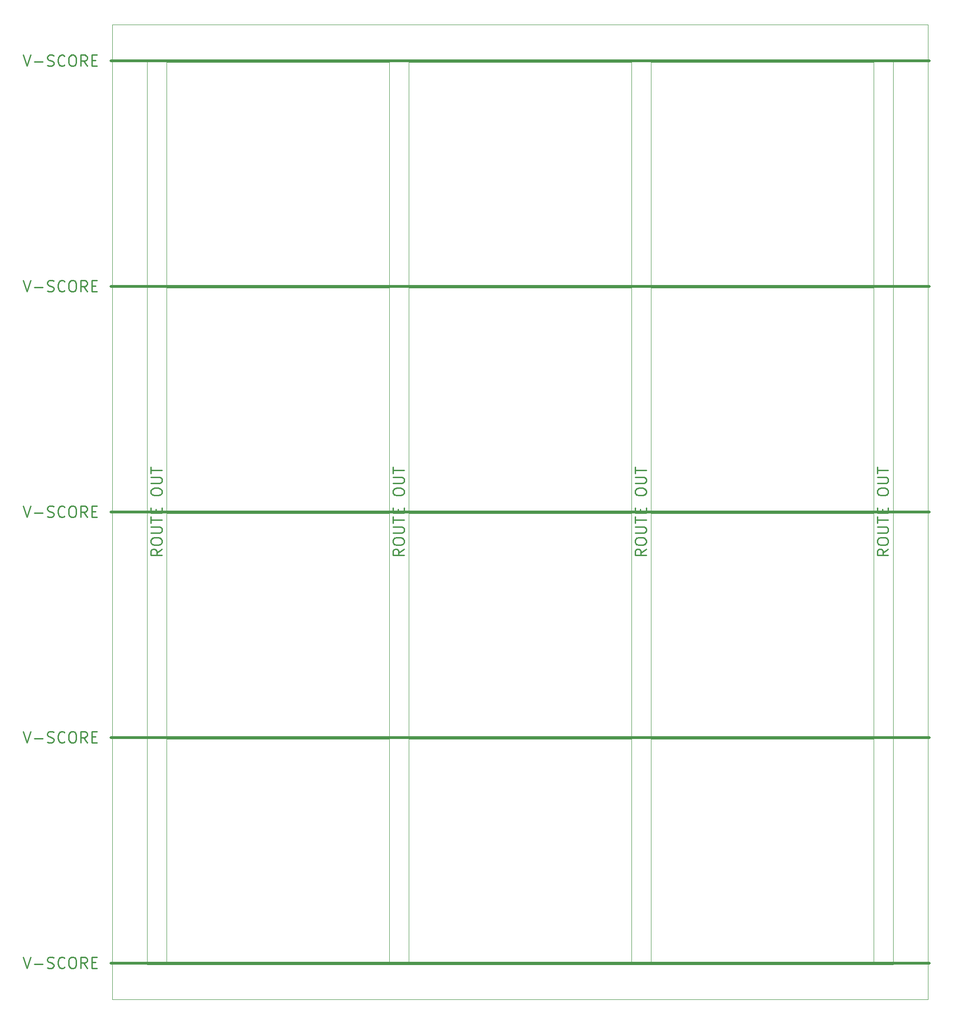
<source format=gko>
%TF.GenerationSoftware,KiCad,Pcbnew,9.0.1*%
%TF.CreationDate,2025-04-15T12:31:11-06:00*%
%TF.ProjectId,SparkFun_GNSS_DAN-F10N_panelized,53706172-6b46-4756-9e5f-474e53535f44,rev?*%
%TF.SameCoordinates,Original*%
%TF.FileFunction,Soldermask,Bot*%
%TF.FilePolarity,Negative*%
%FSLAX46Y46*%
G04 Gerber Fmt 4.6, Leading zero omitted, Abs format (unit mm)*
G04 Created by KiCad (PCBNEW 9.0.1) date 2025-04-15 12:31:11*
%MOMM*%
%LPD*%
G01*
G04 APERTURE LIST*
%TA.AperFunction,Profile*%
%ADD10C,0.100000*%
%TD*%
%ADD11C,0.250000*%
%ADD12C,0.500000*%
G04 APERTURE END LIST*
D10*
X-3548000Y-500000D02*
X-3548000Y164560000D01*
X132564000Y-500000D02*
X-3548000Y-500000D01*
X132564000Y164560000D02*
X132564000Y-500000D01*
X-3548000Y164560000D02*
X132564000Y164560000D01*
X-9898000Y-6850000D02*
X-9898000Y170910000D01*
X138914000Y-6850000D02*
X-9898000Y-6850000D01*
X138914000Y170910000D02*
X138914000Y-6850000D01*
X-9898000Y170910000D02*
X138914000Y170910000D01*
X88376000Y164060000D02*
X129016000Y164060000D01*
X129016000Y123420000D01*
X88376000Y123420000D01*
X88376000Y164060000D01*
X88376000Y122920000D02*
X129016000Y122920000D01*
X129016000Y82280000D01*
X88376000Y82280000D01*
X88376000Y122920000D01*
X88376000Y81780000D02*
X129016000Y81780000D01*
X129016000Y41140000D01*
X88376000Y41140000D01*
X88376000Y81780000D01*
X88376000Y40640000D02*
X129016000Y40640000D01*
X129016000Y0D01*
X88376000Y0D01*
X88376000Y40640000D01*
X44188000Y164060000D02*
X84828000Y164060000D01*
X84828000Y123420000D01*
X44188000Y123420000D01*
X44188000Y164060000D01*
X44188000Y122920000D02*
X84828000Y122920000D01*
X84828000Y82280000D01*
X44188000Y82280000D01*
X44188000Y122920000D01*
X44188000Y81780000D02*
X84828000Y81780000D01*
X84828000Y41140000D01*
X44188000Y41140000D01*
X44188000Y81780000D01*
X44188000Y40640000D02*
X84828000Y40640000D01*
X84828000Y0D01*
X44188000Y0D01*
X44188000Y40640000D01*
X0Y164060000D02*
X40640000Y164060000D01*
X40640000Y123420000D01*
X0Y123420000D01*
X0Y164060000D01*
X0Y122920000D02*
X40640000Y122920000D01*
X40640000Y82280000D01*
X0Y82280000D01*
X0Y122920000D01*
X0Y81780000D02*
X40640000Y81780000D01*
X40640000Y41140000D01*
X0Y41140000D01*
X0Y81780000D01*
X0Y40640000D02*
X40640000Y40640000D01*
X40640000Y0D01*
X0Y0D01*
X0Y40640000D01*
D11*
X131702238Y75268095D02*
X130749857Y74601428D01*
X131702238Y74125238D02*
X129702238Y74125238D01*
X129702238Y74125238D02*
X129702238Y74887143D01*
X129702238Y74887143D02*
X129797476Y75077619D01*
X129797476Y75077619D02*
X129892714Y75172857D01*
X129892714Y75172857D02*
X130083190Y75268095D01*
X130083190Y75268095D02*
X130368904Y75268095D01*
X130368904Y75268095D02*
X130559380Y75172857D01*
X130559380Y75172857D02*
X130654619Y75077619D01*
X130654619Y75077619D02*
X130749857Y74887143D01*
X130749857Y74887143D02*
X130749857Y74125238D01*
X129702238Y76506190D02*
X129702238Y76887143D01*
X129702238Y76887143D02*
X129797476Y77077619D01*
X129797476Y77077619D02*
X129987952Y77268095D01*
X129987952Y77268095D02*
X130368904Y77363333D01*
X130368904Y77363333D02*
X131035571Y77363333D01*
X131035571Y77363333D02*
X131416523Y77268095D01*
X131416523Y77268095D02*
X131607000Y77077619D01*
X131607000Y77077619D02*
X131702238Y76887143D01*
X131702238Y76887143D02*
X131702238Y76506190D01*
X131702238Y76506190D02*
X131607000Y76315714D01*
X131607000Y76315714D02*
X131416523Y76125238D01*
X131416523Y76125238D02*
X131035571Y76030000D01*
X131035571Y76030000D02*
X130368904Y76030000D01*
X130368904Y76030000D02*
X129987952Y76125238D01*
X129987952Y76125238D02*
X129797476Y76315714D01*
X129797476Y76315714D02*
X129702238Y76506190D01*
X129702238Y78220476D02*
X131321285Y78220476D01*
X131321285Y78220476D02*
X131511761Y78315714D01*
X131511761Y78315714D02*
X131607000Y78410952D01*
X131607000Y78410952D02*
X131702238Y78601428D01*
X131702238Y78601428D02*
X131702238Y78982381D01*
X131702238Y78982381D02*
X131607000Y79172857D01*
X131607000Y79172857D02*
X131511761Y79268095D01*
X131511761Y79268095D02*
X131321285Y79363333D01*
X131321285Y79363333D02*
X129702238Y79363333D01*
X129702238Y80030000D02*
X129702238Y81172857D01*
X131702238Y80601428D02*
X129702238Y80601428D01*
X130654619Y81839524D02*
X130654619Y82506191D01*
X131702238Y82791905D02*
X131702238Y81839524D01*
X131702238Y81839524D02*
X129702238Y81839524D01*
X129702238Y81839524D02*
X129702238Y82791905D01*
X129702238Y85553810D02*
X129702238Y85934763D01*
X129702238Y85934763D02*
X129797476Y86125239D01*
X129797476Y86125239D02*
X129987952Y86315715D01*
X129987952Y86315715D02*
X130368904Y86410953D01*
X130368904Y86410953D02*
X131035571Y86410953D01*
X131035571Y86410953D02*
X131416523Y86315715D01*
X131416523Y86315715D02*
X131607000Y86125239D01*
X131607000Y86125239D02*
X131702238Y85934763D01*
X131702238Y85934763D02*
X131702238Y85553810D01*
X131702238Y85553810D02*
X131607000Y85363334D01*
X131607000Y85363334D02*
X131416523Y85172858D01*
X131416523Y85172858D02*
X131035571Y85077620D01*
X131035571Y85077620D02*
X130368904Y85077620D01*
X130368904Y85077620D02*
X129987952Y85172858D01*
X129987952Y85172858D02*
X129797476Y85363334D01*
X129797476Y85363334D02*
X129702238Y85553810D01*
X129702238Y87268096D02*
X131321285Y87268096D01*
X131321285Y87268096D02*
X131511761Y87363334D01*
X131511761Y87363334D02*
X131607000Y87458572D01*
X131607000Y87458572D02*
X131702238Y87649048D01*
X131702238Y87649048D02*
X131702238Y88030001D01*
X131702238Y88030001D02*
X131607000Y88220477D01*
X131607000Y88220477D02*
X131511761Y88315715D01*
X131511761Y88315715D02*
X131321285Y88410953D01*
X131321285Y88410953D02*
X129702238Y88410953D01*
X129702238Y89077620D02*
X129702238Y90220477D01*
X131702238Y89649048D02*
X129702238Y89649048D01*
X87514238Y75268095D02*
X86561857Y74601428D01*
X87514238Y74125238D02*
X85514238Y74125238D01*
X85514238Y74125238D02*
X85514238Y74887143D01*
X85514238Y74887143D02*
X85609476Y75077619D01*
X85609476Y75077619D02*
X85704714Y75172857D01*
X85704714Y75172857D02*
X85895190Y75268095D01*
X85895190Y75268095D02*
X86180904Y75268095D01*
X86180904Y75268095D02*
X86371380Y75172857D01*
X86371380Y75172857D02*
X86466619Y75077619D01*
X86466619Y75077619D02*
X86561857Y74887143D01*
X86561857Y74887143D02*
X86561857Y74125238D01*
X85514238Y76506190D02*
X85514238Y76887143D01*
X85514238Y76887143D02*
X85609476Y77077619D01*
X85609476Y77077619D02*
X85799952Y77268095D01*
X85799952Y77268095D02*
X86180904Y77363333D01*
X86180904Y77363333D02*
X86847571Y77363333D01*
X86847571Y77363333D02*
X87228523Y77268095D01*
X87228523Y77268095D02*
X87419000Y77077619D01*
X87419000Y77077619D02*
X87514238Y76887143D01*
X87514238Y76887143D02*
X87514238Y76506190D01*
X87514238Y76506190D02*
X87419000Y76315714D01*
X87419000Y76315714D02*
X87228523Y76125238D01*
X87228523Y76125238D02*
X86847571Y76030000D01*
X86847571Y76030000D02*
X86180904Y76030000D01*
X86180904Y76030000D02*
X85799952Y76125238D01*
X85799952Y76125238D02*
X85609476Y76315714D01*
X85609476Y76315714D02*
X85514238Y76506190D01*
X85514238Y78220476D02*
X87133285Y78220476D01*
X87133285Y78220476D02*
X87323761Y78315714D01*
X87323761Y78315714D02*
X87419000Y78410952D01*
X87419000Y78410952D02*
X87514238Y78601428D01*
X87514238Y78601428D02*
X87514238Y78982381D01*
X87514238Y78982381D02*
X87419000Y79172857D01*
X87419000Y79172857D02*
X87323761Y79268095D01*
X87323761Y79268095D02*
X87133285Y79363333D01*
X87133285Y79363333D02*
X85514238Y79363333D01*
X85514238Y80030000D02*
X85514238Y81172857D01*
X87514238Y80601428D02*
X85514238Y80601428D01*
X86466619Y81839524D02*
X86466619Y82506191D01*
X87514238Y82791905D02*
X87514238Y81839524D01*
X87514238Y81839524D02*
X85514238Y81839524D01*
X85514238Y81839524D02*
X85514238Y82791905D01*
X85514238Y85553810D02*
X85514238Y85934763D01*
X85514238Y85934763D02*
X85609476Y86125239D01*
X85609476Y86125239D02*
X85799952Y86315715D01*
X85799952Y86315715D02*
X86180904Y86410953D01*
X86180904Y86410953D02*
X86847571Y86410953D01*
X86847571Y86410953D02*
X87228523Y86315715D01*
X87228523Y86315715D02*
X87419000Y86125239D01*
X87419000Y86125239D02*
X87514238Y85934763D01*
X87514238Y85934763D02*
X87514238Y85553810D01*
X87514238Y85553810D02*
X87419000Y85363334D01*
X87419000Y85363334D02*
X87228523Y85172858D01*
X87228523Y85172858D02*
X86847571Y85077620D01*
X86847571Y85077620D02*
X86180904Y85077620D01*
X86180904Y85077620D02*
X85799952Y85172858D01*
X85799952Y85172858D02*
X85609476Y85363334D01*
X85609476Y85363334D02*
X85514238Y85553810D01*
X85514238Y87268096D02*
X87133285Y87268096D01*
X87133285Y87268096D02*
X87323761Y87363334D01*
X87323761Y87363334D02*
X87419000Y87458572D01*
X87419000Y87458572D02*
X87514238Y87649048D01*
X87514238Y87649048D02*
X87514238Y88030001D01*
X87514238Y88030001D02*
X87419000Y88220477D01*
X87419000Y88220477D02*
X87323761Y88315715D01*
X87323761Y88315715D02*
X87133285Y88410953D01*
X87133285Y88410953D02*
X85514238Y88410953D01*
X85514238Y89077620D02*
X85514238Y90220477D01*
X87514238Y89649048D02*
X85514238Y89649048D01*
X43326238Y75268095D02*
X42373857Y74601428D01*
X43326238Y74125238D02*
X41326238Y74125238D01*
X41326238Y74125238D02*
X41326238Y74887143D01*
X41326238Y74887143D02*
X41421476Y75077619D01*
X41421476Y75077619D02*
X41516714Y75172857D01*
X41516714Y75172857D02*
X41707190Y75268095D01*
X41707190Y75268095D02*
X41992904Y75268095D01*
X41992904Y75268095D02*
X42183380Y75172857D01*
X42183380Y75172857D02*
X42278619Y75077619D01*
X42278619Y75077619D02*
X42373857Y74887143D01*
X42373857Y74887143D02*
X42373857Y74125238D01*
X41326238Y76506190D02*
X41326238Y76887143D01*
X41326238Y76887143D02*
X41421476Y77077619D01*
X41421476Y77077619D02*
X41611952Y77268095D01*
X41611952Y77268095D02*
X41992904Y77363333D01*
X41992904Y77363333D02*
X42659571Y77363333D01*
X42659571Y77363333D02*
X43040523Y77268095D01*
X43040523Y77268095D02*
X43231000Y77077619D01*
X43231000Y77077619D02*
X43326238Y76887143D01*
X43326238Y76887143D02*
X43326238Y76506190D01*
X43326238Y76506190D02*
X43231000Y76315714D01*
X43231000Y76315714D02*
X43040523Y76125238D01*
X43040523Y76125238D02*
X42659571Y76030000D01*
X42659571Y76030000D02*
X41992904Y76030000D01*
X41992904Y76030000D02*
X41611952Y76125238D01*
X41611952Y76125238D02*
X41421476Y76315714D01*
X41421476Y76315714D02*
X41326238Y76506190D01*
X41326238Y78220476D02*
X42945285Y78220476D01*
X42945285Y78220476D02*
X43135761Y78315714D01*
X43135761Y78315714D02*
X43231000Y78410952D01*
X43231000Y78410952D02*
X43326238Y78601428D01*
X43326238Y78601428D02*
X43326238Y78982381D01*
X43326238Y78982381D02*
X43231000Y79172857D01*
X43231000Y79172857D02*
X43135761Y79268095D01*
X43135761Y79268095D02*
X42945285Y79363333D01*
X42945285Y79363333D02*
X41326238Y79363333D01*
X41326238Y80030000D02*
X41326238Y81172857D01*
X43326238Y80601428D02*
X41326238Y80601428D01*
X42278619Y81839524D02*
X42278619Y82506191D01*
X43326238Y82791905D02*
X43326238Y81839524D01*
X43326238Y81839524D02*
X41326238Y81839524D01*
X41326238Y81839524D02*
X41326238Y82791905D01*
X41326238Y85553810D02*
X41326238Y85934763D01*
X41326238Y85934763D02*
X41421476Y86125239D01*
X41421476Y86125239D02*
X41611952Y86315715D01*
X41611952Y86315715D02*
X41992904Y86410953D01*
X41992904Y86410953D02*
X42659571Y86410953D01*
X42659571Y86410953D02*
X43040523Y86315715D01*
X43040523Y86315715D02*
X43231000Y86125239D01*
X43231000Y86125239D02*
X43326238Y85934763D01*
X43326238Y85934763D02*
X43326238Y85553810D01*
X43326238Y85553810D02*
X43231000Y85363334D01*
X43231000Y85363334D02*
X43040523Y85172858D01*
X43040523Y85172858D02*
X42659571Y85077620D01*
X42659571Y85077620D02*
X41992904Y85077620D01*
X41992904Y85077620D02*
X41611952Y85172858D01*
X41611952Y85172858D02*
X41421476Y85363334D01*
X41421476Y85363334D02*
X41326238Y85553810D01*
X41326238Y87268096D02*
X42945285Y87268096D01*
X42945285Y87268096D02*
X43135761Y87363334D01*
X43135761Y87363334D02*
X43231000Y87458572D01*
X43231000Y87458572D02*
X43326238Y87649048D01*
X43326238Y87649048D02*
X43326238Y88030001D01*
X43326238Y88030001D02*
X43231000Y88220477D01*
X43231000Y88220477D02*
X43135761Y88315715D01*
X43135761Y88315715D02*
X42945285Y88410953D01*
X42945285Y88410953D02*
X41326238Y88410953D01*
X41326238Y89077620D02*
X41326238Y90220477D01*
X43326238Y89649048D02*
X41326238Y89649048D01*
X-861762Y75268095D02*
X-1814143Y74601428D01*
X-861762Y74125238D02*
X-2861762Y74125238D01*
X-2861762Y74125238D02*
X-2861762Y74887143D01*
X-2861762Y74887143D02*
X-2766524Y75077619D01*
X-2766524Y75077619D02*
X-2671286Y75172857D01*
X-2671286Y75172857D02*
X-2480810Y75268095D01*
X-2480810Y75268095D02*
X-2195096Y75268095D01*
X-2195096Y75268095D02*
X-2004620Y75172857D01*
X-2004620Y75172857D02*
X-1909381Y75077619D01*
X-1909381Y75077619D02*
X-1814143Y74887143D01*
X-1814143Y74887143D02*
X-1814143Y74125238D01*
X-2861762Y76506190D02*
X-2861762Y76887143D01*
X-2861762Y76887143D02*
X-2766524Y77077619D01*
X-2766524Y77077619D02*
X-2576048Y77268095D01*
X-2576048Y77268095D02*
X-2195096Y77363333D01*
X-2195096Y77363333D02*
X-1528429Y77363333D01*
X-1528429Y77363333D02*
X-1147477Y77268095D01*
X-1147477Y77268095D02*
X-957000Y77077619D01*
X-957000Y77077619D02*
X-861762Y76887143D01*
X-861762Y76887143D02*
X-861762Y76506190D01*
X-861762Y76506190D02*
X-957000Y76315714D01*
X-957000Y76315714D02*
X-1147477Y76125238D01*
X-1147477Y76125238D02*
X-1528429Y76030000D01*
X-1528429Y76030000D02*
X-2195096Y76030000D01*
X-2195096Y76030000D02*
X-2576048Y76125238D01*
X-2576048Y76125238D02*
X-2766524Y76315714D01*
X-2766524Y76315714D02*
X-2861762Y76506190D01*
X-2861762Y78220476D02*
X-1242715Y78220476D01*
X-1242715Y78220476D02*
X-1052239Y78315714D01*
X-1052239Y78315714D02*
X-957000Y78410952D01*
X-957000Y78410952D02*
X-861762Y78601428D01*
X-861762Y78601428D02*
X-861762Y78982381D01*
X-861762Y78982381D02*
X-957000Y79172857D01*
X-957000Y79172857D02*
X-1052239Y79268095D01*
X-1052239Y79268095D02*
X-1242715Y79363333D01*
X-1242715Y79363333D02*
X-2861762Y79363333D01*
X-2861762Y80030000D02*
X-2861762Y81172857D01*
X-861762Y80601428D02*
X-2861762Y80601428D01*
X-1909381Y81839524D02*
X-1909381Y82506191D01*
X-861762Y82791905D02*
X-861762Y81839524D01*
X-861762Y81839524D02*
X-2861762Y81839524D01*
X-2861762Y81839524D02*
X-2861762Y82791905D01*
X-2861762Y85553810D02*
X-2861762Y85934763D01*
X-2861762Y85934763D02*
X-2766524Y86125239D01*
X-2766524Y86125239D02*
X-2576048Y86315715D01*
X-2576048Y86315715D02*
X-2195096Y86410953D01*
X-2195096Y86410953D02*
X-1528429Y86410953D01*
X-1528429Y86410953D02*
X-1147477Y86315715D01*
X-1147477Y86315715D02*
X-957000Y86125239D01*
X-957000Y86125239D02*
X-861762Y85934763D01*
X-861762Y85934763D02*
X-861762Y85553810D01*
X-861762Y85553810D02*
X-957000Y85363334D01*
X-957000Y85363334D02*
X-1147477Y85172858D01*
X-1147477Y85172858D02*
X-1528429Y85077620D01*
X-1528429Y85077620D02*
X-2195096Y85077620D01*
X-2195096Y85077620D02*
X-2576048Y85172858D01*
X-2576048Y85172858D02*
X-2766524Y85363334D01*
X-2766524Y85363334D02*
X-2861762Y85553810D01*
X-2861762Y87268096D02*
X-1242715Y87268096D01*
X-1242715Y87268096D02*
X-1052239Y87363334D01*
X-1052239Y87363334D02*
X-957000Y87458572D01*
X-957000Y87458572D02*
X-861762Y87649048D01*
X-861762Y87649048D02*
X-861762Y88030001D01*
X-861762Y88030001D02*
X-957000Y88220477D01*
X-957000Y88220477D02*
X-1052239Y88315715D01*
X-1052239Y88315715D02*
X-1242715Y88410953D01*
X-1242715Y88410953D02*
X-2861762Y88410953D01*
X-2861762Y89077620D02*
X-2861762Y90220477D01*
X-861762Y89649048D02*
X-2861762Y89649048D01*
X-26121997Y837762D02*
X-25455331Y-1162238D01*
X-25455331Y-1162238D02*
X-24788664Y837762D01*
X-24121997Y-400333D02*
X-22598187Y-400333D01*
X-21741045Y-1067000D02*
X-21455331Y-1162238D01*
X-21455331Y-1162238D02*
X-20979140Y-1162238D01*
X-20979140Y-1162238D02*
X-20788664Y-1067000D01*
X-20788664Y-1067000D02*
X-20693426Y-971761D01*
X-20693426Y-971761D02*
X-20598188Y-781285D01*
X-20598188Y-781285D02*
X-20598188Y-590809D01*
X-20598188Y-590809D02*
X-20693426Y-400333D01*
X-20693426Y-400333D02*
X-20788664Y-305095D01*
X-20788664Y-305095D02*
X-20979140Y-209857D01*
X-20979140Y-209857D02*
X-21360093Y-114619D01*
X-21360093Y-114619D02*
X-21550569Y-19380D01*
X-21550569Y-19380D02*
X-21645807Y75858D01*
X-21645807Y75858D02*
X-21741045Y266334D01*
X-21741045Y266334D02*
X-21741045Y456810D01*
X-21741045Y456810D02*
X-21645807Y647286D01*
X-21645807Y647286D02*
X-21550569Y742524D01*
X-21550569Y742524D02*
X-21360093Y837762D01*
X-21360093Y837762D02*
X-20883902Y837762D01*
X-20883902Y837762D02*
X-20598188Y742524D01*
X-18598188Y-971761D02*
X-18693426Y-1067000D01*
X-18693426Y-1067000D02*
X-18979140Y-1162238D01*
X-18979140Y-1162238D02*
X-19169616Y-1162238D01*
X-19169616Y-1162238D02*
X-19455331Y-1067000D01*
X-19455331Y-1067000D02*
X-19645807Y-876523D01*
X-19645807Y-876523D02*
X-19741045Y-686047D01*
X-19741045Y-686047D02*
X-19836283Y-305095D01*
X-19836283Y-305095D02*
X-19836283Y-19380D01*
X-19836283Y-19380D02*
X-19741045Y361572D01*
X-19741045Y361572D02*
X-19645807Y552048D01*
X-19645807Y552048D02*
X-19455331Y742524D01*
X-19455331Y742524D02*
X-19169616Y837762D01*
X-19169616Y837762D02*
X-18979140Y837762D01*
X-18979140Y837762D02*
X-18693426Y742524D01*
X-18693426Y742524D02*
X-18598188Y647286D01*
X-17360093Y837762D02*
X-16979140Y837762D01*
X-16979140Y837762D02*
X-16788664Y742524D01*
X-16788664Y742524D02*
X-16598188Y552048D01*
X-16598188Y552048D02*
X-16502950Y171096D01*
X-16502950Y171096D02*
X-16502950Y-495571D01*
X-16502950Y-495571D02*
X-16598188Y-876523D01*
X-16598188Y-876523D02*
X-16788664Y-1067000D01*
X-16788664Y-1067000D02*
X-16979140Y-1162238D01*
X-16979140Y-1162238D02*
X-17360093Y-1162238D01*
X-17360093Y-1162238D02*
X-17550569Y-1067000D01*
X-17550569Y-1067000D02*
X-17741045Y-876523D01*
X-17741045Y-876523D02*
X-17836283Y-495571D01*
X-17836283Y-495571D02*
X-17836283Y171096D01*
X-17836283Y171096D02*
X-17741045Y552048D01*
X-17741045Y552048D02*
X-17550569Y742524D01*
X-17550569Y742524D02*
X-17360093Y837762D01*
X-14502950Y-1162238D02*
X-15169617Y-209857D01*
X-15645807Y-1162238D02*
X-15645807Y837762D01*
X-15645807Y837762D02*
X-14883902Y837762D01*
X-14883902Y837762D02*
X-14693426Y742524D01*
X-14693426Y742524D02*
X-14598188Y647286D01*
X-14598188Y647286D02*
X-14502950Y456810D01*
X-14502950Y456810D02*
X-14502950Y171096D01*
X-14502950Y171096D02*
X-14598188Y-19380D01*
X-14598188Y-19380D02*
X-14693426Y-114619D01*
X-14693426Y-114619D02*
X-14883902Y-209857D01*
X-14883902Y-209857D02*
X-15645807Y-209857D01*
X-13645807Y-114619D02*
X-12979140Y-114619D01*
X-12693426Y-1162238D02*
X-13645807Y-1162238D01*
X-13645807Y-1162238D02*
X-13645807Y837762D01*
X-13645807Y837762D02*
X-12693426Y837762D01*
D12*
X-10148000Y-250000D02*
X139164000Y-250000D01*
D11*
X-26121997Y41977762D02*
X-25455331Y39977762D01*
X-25455331Y39977762D02*
X-24788664Y41977762D01*
X-24121997Y40739667D02*
X-22598187Y40739667D01*
X-21741045Y40073000D02*
X-21455331Y39977762D01*
X-21455331Y39977762D02*
X-20979140Y39977762D01*
X-20979140Y39977762D02*
X-20788664Y40073000D01*
X-20788664Y40073000D02*
X-20693426Y40168239D01*
X-20693426Y40168239D02*
X-20598188Y40358715D01*
X-20598188Y40358715D02*
X-20598188Y40549191D01*
X-20598188Y40549191D02*
X-20693426Y40739667D01*
X-20693426Y40739667D02*
X-20788664Y40834905D01*
X-20788664Y40834905D02*
X-20979140Y40930143D01*
X-20979140Y40930143D02*
X-21360093Y41025381D01*
X-21360093Y41025381D02*
X-21550569Y41120620D01*
X-21550569Y41120620D02*
X-21645807Y41215858D01*
X-21645807Y41215858D02*
X-21741045Y41406334D01*
X-21741045Y41406334D02*
X-21741045Y41596810D01*
X-21741045Y41596810D02*
X-21645807Y41787286D01*
X-21645807Y41787286D02*
X-21550569Y41882524D01*
X-21550569Y41882524D02*
X-21360093Y41977762D01*
X-21360093Y41977762D02*
X-20883902Y41977762D01*
X-20883902Y41977762D02*
X-20598188Y41882524D01*
X-18598188Y40168239D02*
X-18693426Y40073000D01*
X-18693426Y40073000D02*
X-18979140Y39977762D01*
X-18979140Y39977762D02*
X-19169616Y39977762D01*
X-19169616Y39977762D02*
X-19455331Y40073000D01*
X-19455331Y40073000D02*
X-19645807Y40263477D01*
X-19645807Y40263477D02*
X-19741045Y40453953D01*
X-19741045Y40453953D02*
X-19836283Y40834905D01*
X-19836283Y40834905D02*
X-19836283Y41120620D01*
X-19836283Y41120620D02*
X-19741045Y41501572D01*
X-19741045Y41501572D02*
X-19645807Y41692048D01*
X-19645807Y41692048D02*
X-19455331Y41882524D01*
X-19455331Y41882524D02*
X-19169616Y41977762D01*
X-19169616Y41977762D02*
X-18979140Y41977762D01*
X-18979140Y41977762D02*
X-18693426Y41882524D01*
X-18693426Y41882524D02*
X-18598188Y41787286D01*
X-17360093Y41977762D02*
X-16979140Y41977762D01*
X-16979140Y41977762D02*
X-16788664Y41882524D01*
X-16788664Y41882524D02*
X-16598188Y41692048D01*
X-16598188Y41692048D02*
X-16502950Y41311096D01*
X-16502950Y41311096D02*
X-16502950Y40644429D01*
X-16502950Y40644429D02*
X-16598188Y40263477D01*
X-16598188Y40263477D02*
X-16788664Y40073000D01*
X-16788664Y40073000D02*
X-16979140Y39977762D01*
X-16979140Y39977762D02*
X-17360093Y39977762D01*
X-17360093Y39977762D02*
X-17550569Y40073000D01*
X-17550569Y40073000D02*
X-17741045Y40263477D01*
X-17741045Y40263477D02*
X-17836283Y40644429D01*
X-17836283Y40644429D02*
X-17836283Y41311096D01*
X-17836283Y41311096D02*
X-17741045Y41692048D01*
X-17741045Y41692048D02*
X-17550569Y41882524D01*
X-17550569Y41882524D02*
X-17360093Y41977762D01*
X-14502950Y39977762D02*
X-15169617Y40930143D01*
X-15645807Y39977762D02*
X-15645807Y41977762D01*
X-15645807Y41977762D02*
X-14883902Y41977762D01*
X-14883902Y41977762D02*
X-14693426Y41882524D01*
X-14693426Y41882524D02*
X-14598188Y41787286D01*
X-14598188Y41787286D02*
X-14502950Y41596810D01*
X-14502950Y41596810D02*
X-14502950Y41311096D01*
X-14502950Y41311096D02*
X-14598188Y41120620D01*
X-14598188Y41120620D02*
X-14693426Y41025381D01*
X-14693426Y41025381D02*
X-14883902Y40930143D01*
X-14883902Y40930143D02*
X-15645807Y40930143D01*
X-13645807Y41025381D02*
X-12979140Y41025381D01*
X-12693426Y39977762D02*
X-13645807Y39977762D01*
X-13645807Y39977762D02*
X-13645807Y41977762D01*
X-13645807Y41977762D02*
X-12693426Y41977762D01*
D12*
X-10148000Y40890000D02*
X139164000Y40890000D01*
D11*
X-26121997Y83117762D02*
X-25455331Y81117762D01*
X-25455331Y81117762D02*
X-24788664Y83117762D01*
X-24121997Y81879667D02*
X-22598187Y81879667D01*
X-21741045Y81213000D02*
X-21455331Y81117762D01*
X-21455331Y81117762D02*
X-20979140Y81117762D01*
X-20979140Y81117762D02*
X-20788664Y81213000D01*
X-20788664Y81213000D02*
X-20693426Y81308239D01*
X-20693426Y81308239D02*
X-20598188Y81498715D01*
X-20598188Y81498715D02*
X-20598188Y81689191D01*
X-20598188Y81689191D02*
X-20693426Y81879667D01*
X-20693426Y81879667D02*
X-20788664Y81974905D01*
X-20788664Y81974905D02*
X-20979140Y82070143D01*
X-20979140Y82070143D02*
X-21360093Y82165381D01*
X-21360093Y82165381D02*
X-21550569Y82260620D01*
X-21550569Y82260620D02*
X-21645807Y82355858D01*
X-21645807Y82355858D02*
X-21741045Y82546334D01*
X-21741045Y82546334D02*
X-21741045Y82736810D01*
X-21741045Y82736810D02*
X-21645807Y82927286D01*
X-21645807Y82927286D02*
X-21550569Y83022524D01*
X-21550569Y83022524D02*
X-21360093Y83117762D01*
X-21360093Y83117762D02*
X-20883902Y83117762D01*
X-20883902Y83117762D02*
X-20598188Y83022524D01*
X-18598188Y81308239D02*
X-18693426Y81213000D01*
X-18693426Y81213000D02*
X-18979140Y81117762D01*
X-18979140Y81117762D02*
X-19169616Y81117762D01*
X-19169616Y81117762D02*
X-19455331Y81213000D01*
X-19455331Y81213000D02*
X-19645807Y81403477D01*
X-19645807Y81403477D02*
X-19741045Y81593953D01*
X-19741045Y81593953D02*
X-19836283Y81974905D01*
X-19836283Y81974905D02*
X-19836283Y82260620D01*
X-19836283Y82260620D02*
X-19741045Y82641572D01*
X-19741045Y82641572D02*
X-19645807Y82832048D01*
X-19645807Y82832048D02*
X-19455331Y83022524D01*
X-19455331Y83022524D02*
X-19169616Y83117762D01*
X-19169616Y83117762D02*
X-18979140Y83117762D01*
X-18979140Y83117762D02*
X-18693426Y83022524D01*
X-18693426Y83022524D02*
X-18598188Y82927286D01*
X-17360093Y83117762D02*
X-16979140Y83117762D01*
X-16979140Y83117762D02*
X-16788664Y83022524D01*
X-16788664Y83022524D02*
X-16598188Y82832048D01*
X-16598188Y82832048D02*
X-16502950Y82451096D01*
X-16502950Y82451096D02*
X-16502950Y81784429D01*
X-16502950Y81784429D02*
X-16598188Y81403477D01*
X-16598188Y81403477D02*
X-16788664Y81213000D01*
X-16788664Y81213000D02*
X-16979140Y81117762D01*
X-16979140Y81117762D02*
X-17360093Y81117762D01*
X-17360093Y81117762D02*
X-17550569Y81213000D01*
X-17550569Y81213000D02*
X-17741045Y81403477D01*
X-17741045Y81403477D02*
X-17836283Y81784429D01*
X-17836283Y81784429D02*
X-17836283Y82451096D01*
X-17836283Y82451096D02*
X-17741045Y82832048D01*
X-17741045Y82832048D02*
X-17550569Y83022524D01*
X-17550569Y83022524D02*
X-17360093Y83117762D01*
X-14502950Y81117762D02*
X-15169617Y82070143D01*
X-15645807Y81117762D02*
X-15645807Y83117762D01*
X-15645807Y83117762D02*
X-14883902Y83117762D01*
X-14883902Y83117762D02*
X-14693426Y83022524D01*
X-14693426Y83022524D02*
X-14598188Y82927286D01*
X-14598188Y82927286D02*
X-14502950Y82736810D01*
X-14502950Y82736810D02*
X-14502950Y82451096D01*
X-14502950Y82451096D02*
X-14598188Y82260620D01*
X-14598188Y82260620D02*
X-14693426Y82165381D01*
X-14693426Y82165381D02*
X-14883902Y82070143D01*
X-14883902Y82070143D02*
X-15645807Y82070143D01*
X-13645807Y82165381D02*
X-12979140Y82165381D01*
X-12693426Y81117762D02*
X-13645807Y81117762D01*
X-13645807Y81117762D02*
X-13645807Y83117762D01*
X-13645807Y83117762D02*
X-12693426Y83117762D01*
D12*
X-10148000Y82030000D02*
X139164000Y82030000D01*
D11*
X-26121997Y124257761D02*
X-25455331Y122257761D01*
X-25455331Y122257761D02*
X-24788664Y124257761D01*
X-24121997Y123019666D02*
X-22598187Y123019666D01*
X-21741045Y122353000D02*
X-21455331Y122257761D01*
X-21455331Y122257761D02*
X-20979140Y122257761D01*
X-20979140Y122257761D02*
X-20788664Y122353000D01*
X-20788664Y122353000D02*
X-20693426Y122448238D01*
X-20693426Y122448238D02*
X-20598188Y122638714D01*
X-20598188Y122638714D02*
X-20598188Y122829190D01*
X-20598188Y122829190D02*
X-20693426Y123019666D01*
X-20693426Y123019666D02*
X-20788664Y123114904D01*
X-20788664Y123114904D02*
X-20979140Y123210142D01*
X-20979140Y123210142D02*
X-21360093Y123305380D01*
X-21360093Y123305380D02*
X-21550569Y123400619D01*
X-21550569Y123400619D02*
X-21645807Y123495857D01*
X-21645807Y123495857D02*
X-21741045Y123686333D01*
X-21741045Y123686333D02*
X-21741045Y123876809D01*
X-21741045Y123876809D02*
X-21645807Y124067285D01*
X-21645807Y124067285D02*
X-21550569Y124162523D01*
X-21550569Y124162523D02*
X-21360093Y124257761D01*
X-21360093Y124257761D02*
X-20883902Y124257761D01*
X-20883902Y124257761D02*
X-20598188Y124162523D01*
X-18598188Y122448238D02*
X-18693426Y122353000D01*
X-18693426Y122353000D02*
X-18979140Y122257761D01*
X-18979140Y122257761D02*
X-19169616Y122257761D01*
X-19169616Y122257761D02*
X-19455331Y122353000D01*
X-19455331Y122353000D02*
X-19645807Y122543476D01*
X-19645807Y122543476D02*
X-19741045Y122733952D01*
X-19741045Y122733952D02*
X-19836283Y123114904D01*
X-19836283Y123114904D02*
X-19836283Y123400619D01*
X-19836283Y123400619D02*
X-19741045Y123781571D01*
X-19741045Y123781571D02*
X-19645807Y123972047D01*
X-19645807Y123972047D02*
X-19455331Y124162523D01*
X-19455331Y124162523D02*
X-19169616Y124257761D01*
X-19169616Y124257761D02*
X-18979140Y124257761D01*
X-18979140Y124257761D02*
X-18693426Y124162523D01*
X-18693426Y124162523D02*
X-18598188Y124067285D01*
X-17360093Y124257761D02*
X-16979140Y124257761D01*
X-16979140Y124257761D02*
X-16788664Y124162523D01*
X-16788664Y124162523D02*
X-16598188Y123972047D01*
X-16598188Y123972047D02*
X-16502950Y123591095D01*
X-16502950Y123591095D02*
X-16502950Y122924428D01*
X-16502950Y122924428D02*
X-16598188Y122543476D01*
X-16598188Y122543476D02*
X-16788664Y122353000D01*
X-16788664Y122353000D02*
X-16979140Y122257761D01*
X-16979140Y122257761D02*
X-17360093Y122257761D01*
X-17360093Y122257761D02*
X-17550569Y122353000D01*
X-17550569Y122353000D02*
X-17741045Y122543476D01*
X-17741045Y122543476D02*
X-17836283Y122924428D01*
X-17836283Y122924428D02*
X-17836283Y123591095D01*
X-17836283Y123591095D02*
X-17741045Y123972047D01*
X-17741045Y123972047D02*
X-17550569Y124162523D01*
X-17550569Y124162523D02*
X-17360093Y124257761D01*
X-14502950Y122257761D02*
X-15169617Y123210142D01*
X-15645807Y122257761D02*
X-15645807Y124257761D01*
X-15645807Y124257761D02*
X-14883902Y124257761D01*
X-14883902Y124257761D02*
X-14693426Y124162523D01*
X-14693426Y124162523D02*
X-14598188Y124067285D01*
X-14598188Y124067285D02*
X-14502950Y123876809D01*
X-14502950Y123876809D02*
X-14502950Y123591095D01*
X-14502950Y123591095D02*
X-14598188Y123400619D01*
X-14598188Y123400619D02*
X-14693426Y123305380D01*
X-14693426Y123305380D02*
X-14883902Y123210142D01*
X-14883902Y123210142D02*
X-15645807Y123210142D01*
X-13645807Y123305380D02*
X-12979140Y123305380D01*
X-12693426Y122257761D02*
X-13645807Y122257761D01*
X-13645807Y122257761D02*
X-13645807Y124257761D01*
X-13645807Y124257761D02*
X-12693426Y124257761D01*
D12*
X-10148000Y123170000D02*
X139164000Y123170000D01*
D11*
X-26121997Y165397761D02*
X-25455331Y163397761D01*
X-25455331Y163397761D02*
X-24788664Y165397761D01*
X-24121997Y164159666D02*
X-22598187Y164159666D01*
X-21741045Y163493000D02*
X-21455331Y163397761D01*
X-21455331Y163397761D02*
X-20979140Y163397761D01*
X-20979140Y163397761D02*
X-20788664Y163493000D01*
X-20788664Y163493000D02*
X-20693426Y163588238D01*
X-20693426Y163588238D02*
X-20598188Y163778714D01*
X-20598188Y163778714D02*
X-20598188Y163969190D01*
X-20598188Y163969190D02*
X-20693426Y164159666D01*
X-20693426Y164159666D02*
X-20788664Y164254904D01*
X-20788664Y164254904D02*
X-20979140Y164350142D01*
X-20979140Y164350142D02*
X-21360093Y164445380D01*
X-21360093Y164445380D02*
X-21550569Y164540619D01*
X-21550569Y164540619D02*
X-21645807Y164635857D01*
X-21645807Y164635857D02*
X-21741045Y164826333D01*
X-21741045Y164826333D02*
X-21741045Y165016809D01*
X-21741045Y165016809D02*
X-21645807Y165207285D01*
X-21645807Y165207285D02*
X-21550569Y165302523D01*
X-21550569Y165302523D02*
X-21360093Y165397761D01*
X-21360093Y165397761D02*
X-20883902Y165397761D01*
X-20883902Y165397761D02*
X-20598188Y165302523D01*
X-18598188Y163588238D02*
X-18693426Y163493000D01*
X-18693426Y163493000D02*
X-18979140Y163397761D01*
X-18979140Y163397761D02*
X-19169616Y163397761D01*
X-19169616Y163397761D02*
X-19455331Y163493000D01*
X-19455331Y163493000D02*
X-19645807Y163683476D01*
X-19645807Y163683476D02*
X-19741045Y163873952D01*
X-19741045Y163873952D02*
X-19836283Y164254904D01*
X-19836283Y164254904D02*
X-19836283Y164540619D01*
X-19836283Y164540619D02*
X-19741045Y164921571D01*
X-19741045Y164921571D02*
X-19645807Y165112047D01*
X-19645807Y165112047D02*
X-19455331Y165302523D01*
X-19455331Y165302523D02*
X-19169616Y165397761D01*
X-19169616Y165397761D02*
X-18979140Y165397761D01*
X-18979140Y165397761D02*
X-18693426Y165302523D01*
X-18693426Y165302523D02*
X-18598188Y165207285D01*
X-17360093Y165397761D02*
X-16979140Y165397761D01*
X-16979140Y165397761D02*
X-16788664Y165302523D01*
X-16788664Y165302523D02*
X-16598188Y165112047D01*
X-16598188Y165112047D02*
X-16502950Y164731095D01*
X-16502950Y164731095D02*
X-16502950Y164064428D01*
X-16502950Y164064428D02*
X-16598188Y163683476D01*
X-16598188Y163683476D02*
X-16788664Y163493000D01*
X-16788664Y163493000D02*
X-16979140Y163397761D01*
X-16979140Y163397761D02*
X-17360093Y163397761D01*
X-17360093Y163397761D02*
X-17550569Y163493000D01*
X-17550569Y163493000D02*
X-17741045Y163683476D01*
X-17741045Y163683476D02*
X-17836283Y164064428D01*
X-17836283Y164064428D02*
X-17836283Y164731095D01*
X-17836283Y164731095D02*
X-17741045Y165112047D01*
X-17741045Y165112047D02*
X-17550569Y165302523D01*
X-17550569Y165302523D02*
X-17360093Y165397761D01*
X-14502950Y163397761D02*
X-15169617Y164350142D01*
X-15645807Y163397761D02*
X-15645807Y165397761D01*
X-15645807Y165397761D02*
X-14883902Y165397761D01*
X-14883902Y165397761D02*
X-14693426Y165302523D01*
X-14693426Y165302523D02*
X-14598188Y165207285D01*
X-14598188Y165207285D02*
X-14502950Y165016809D01*
X-14502950Y165016809D02*
X-14502950Y164731095D01*
X-14502950Y164731095D02*
X-14598188Y164540619D01*
X-14598188Y164540619D02*
X-14693426Y164445380D01*
X-14693426Y164445380D02*
X-14883902Y164350142D01*
X-14883902Y164350142D02*
X-15645807Y164350142D01*
X-13645807Y164445380D02*
X-12979140Y164445380D01*
X-12693426Y163397761D02*
X-13645807Y163397761D01*
X-13645807Y163397761D02*
X-13645807Y165397761D01*
X-13645807Y165397761D02*
X-12693426Y165397761D01*
D12*
X-10148000Y164310000D02*
X139164000Y164310000D01*
M02*

</source>
